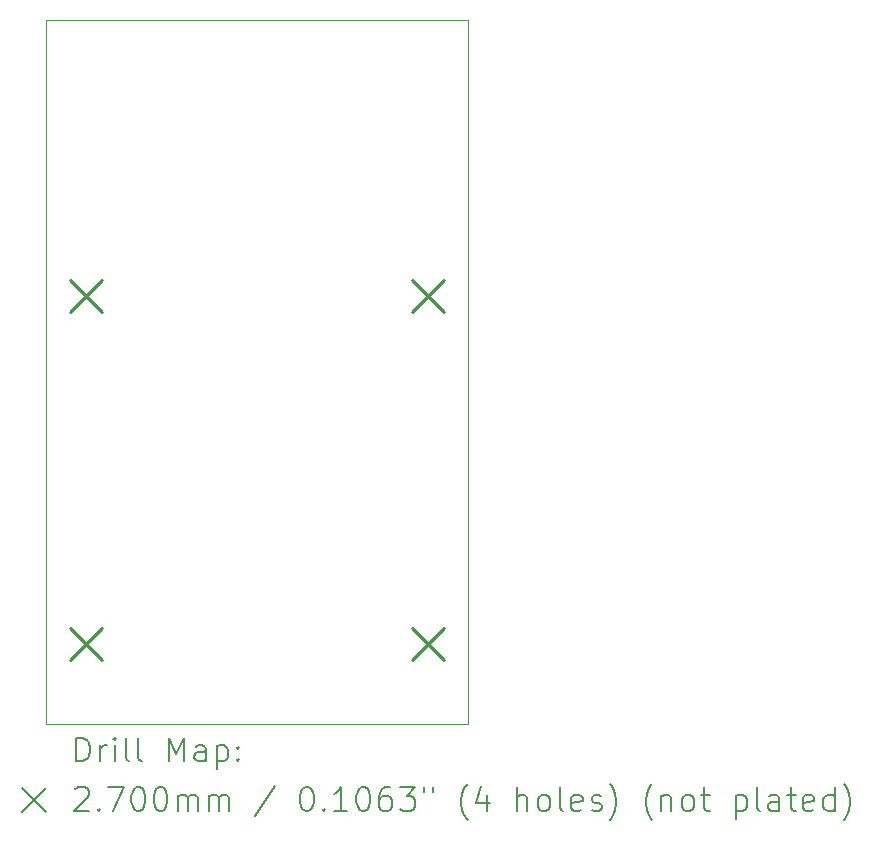
<source format=gbr>
%TF.GenerationSoftware,KiCad,Pcbnew,7.0.5*%
%TF.CreationDate,2023-07-10T18:38:20-07:00*%
%TF.ProjectId,Breakout,42726561-6b6f-4757-942e-6b696361645f,rev?*%
%TF.SameCoordinates,Original*%
%TF.FileFunction,Drillmap*%
%TF.FilePolarity,Positive*%
%FSLAX45Y45*%
G04 Gerber Fmt 4.5, Leading zero omitted, Abs format (unit mm)*
G04 Created by KiCad (PCBNEW 7.0.5) date 2023-07-10 18:38:20*
%MOMM*%
%LPD*%
G01*
G04 APERTURE LIST*
%ADD10C,0.100000*%
%ADD11C,0.200000*%
%ADD12C,0.270000*%
G04 APERTURE END LIST*
D10*
X10485000Y-6887600D02*
X14060000Y-6887600D01*
X14060000Y-12844000D01*
X10485000Y-12844000D01*
X10485000Y-6887600D01*
D11*
D12*
X10689400Y-9088600D02*
X10959400Y-9358600D01*
X10959400Y-9088600D02*
X10689400Y-9358600D01*
X10689400Y-12035000D02*
X10959400Y-12305000D01*
X10959400Y-12035000D02*
X10689400Y-12305000D01*
X13585000Y-9088600D02*
X13855000Y-9358600D01*
X13855000Y-9088600D02*
X13585000Y-9358600D01*
X13585000Y-12035000D02*
X13855000Y-12305000D01*
X13855000Y-12035000D02*
X13585000Y-12305000D01*
D11*
X10740777Y-13160484D02*
X10740777Y-12960484D01*
X10740777Y-12960484D02*
X10788396Y-12960484D01*
X10788396Y-12960484D02*
X10816967Y-12970008D01*
X10816967Y-12970008D02*
X10836015Y-12989055D01*
X10836015Y-12989055D02*
X10845539Y-13008103D01*
X10845539Y-13008103D02*
X10855063Y-13046198D01*
X10855063Y-13046198D02*
X10855063Y-13074769D01*
X10855063Y-13074769D02*
X10845539Y-13112865D01*
X10845539Y-13112865D02*
X10836015Y-13131912D01*
X10836015Y-13131912D02*
X10816967Y-13150960D01*
X10816967Y-13150960D02*
X10788396Y-13160484D01*
X10788396Y-13160484D02*
X10740777Y-13160484D01*
X10940777Y-13160484D02*
X10940777Y-13027150D01*
X10940777Y-13065246D02*
X10950301Y-13046198D01*
X10950301Y-13046198D02*
X10959824Y-13036674D01*
X10959824Y-13036674D02*
X10978872Y-13027150D01*
X10978872Y-13027150D02*
X10997920Y-13027150D01*
X11064586Y-13160484D02*
X11064586Y-13027150D01*
X11064586Y-12960484D02*
X11055063Y-12970008D01*
X11055063Y-12970008D02*
X11064586Y-12979531D01*
X11064586Y-12979531D02*
X11074110Y-12970008D01*
X11074110Y-12970008D02*
X11064586Y-12960484D01*
X11064586Y-12960484D02*
X11064586Y-12979531D01*
X11188396Y-13160484D02*
X11169348Y-13150960D01*
X11169348Y-13150960D02*
X11159824Y-13131912D01*
X11159824Y-13131912D02*
X11159824Y-12960484D01*
X11293158Y-13160484D02*
X11274110Y-13150960D01*
X11274110Y-13150960D02*
X11264586Y-13131912D01*
X11264586Y-13131912D02*
X11264586Y-12960484D01*
X11521729Y-13160484D02*
X11521729Y-12960484D01*
X11521729Y-12960484D02*
X11588396Y-13103341D01*
X11588396Y-13103341D02*
X11655062Y-12960484D01*
X11655062Y-12960484D02*
X11655062Y-13160484D01*
X11836015Y-13160484D02*
X11836015Y-13055722D01*
X11836015Y-13055722D02*
X11826491Y-13036674D01*
X11826491Y-13036674D02*
X11807443Y-13027150D01*
X11807443Y-13027150D02*
X11769348Y-13027150D01*
X11769348Y-13027150D02*
X11750301Y-13036674D01*
X11836015Y-13150960D02*
X11816967Y-13160484D01*
X11816967Y-13160484D02*
X11769348Y-13160484D01*
X11769348Y-13160484D02*
X11750301Y-13150960D01*
X11750301Y-13150960D02*
X11740777Y-13131912D01*
X11740777Y-13131912D02*
X11740777Y-13112865D01*
X11740777Y-13112865D02*
X11750301Y-13093817D01*
X11750301Y-13093817D02*
X11769348Y-13084293D01*
X11769348Y-13084293D02*
X11816967Y-13084293D01*
X11816967Y-13084293D02*
X11836015Y-13074769D01*
X11931253Y-13027150D02*
X11931253Y-13227150D01*
X11931253Y-13036674D02*
X11950301Y-13027150D01*
X11950301Y-13027150D02*
X11988396Y-13027150D01*
X11988396Y-13027150D02*
X12007443Y-13036674D01*
X12007443Y-13036674D02*
X12016967Y-13046198D01*
X12016967Y-13046198D02*
X12026491Y-13065246D01*
X12026491Y-13065246D02*
X12026491Y-13122388D01*
X12026491Y-13122388D02*
X12016967Y-13141436D01*
X12016967Y-13141436D02*
X12007443Y-13150960D01*
X12007443Y-13150960D02*
X11988396Y-13160484D01*
X11988396Y-13160484D02*
X11950301Y-13160484D01*
X11950301Y-13160484D02*
X11931253Y-13150960D01*
X12112205Y-13141436D02*
X12121729Y-13150960D01*
X12121729Y-13150960D02*
X12112205Y-13160484D01*
X12112205Y-13160484D02*
X12102682Y-13150960D01*
X12102682Y-13150960D02*
X12112205Y-13141436D01*
X12112205Y-13141436D02*
X12112205Y-13160484D01*
X12112205Y-13036674D02*
X12121729Y-13046198D01*
X12121729Y-13046198D02*
X12112205Y-13055722D01*
X12112205Y-13055722D02*
X12102682Y-13046198D01*
X12102682Y-13046198D02*
X12112205Y-13036674D01*
X12112205Y-13036674D02*
X12112205Y-13055722D01*
X10280000Y-13389000D02*
X10480000Y-13589000D01*
X10480000Y-13389000D02*
X10280000Y-13589000D01*
X10731253Y-13399531D02*
X10740777Y-13390008D01*
X10740777Y-13390008D02*
X10759824Y-13380484D01*
X10759824Y-13380484D02*
X10807444Y-13380484D01*
X10807444Y-13380484D02*
X10826491Y-13390008D01*
X10826491Y-13390008D02*
X10836015Y-13399531D01*
X10836015Y-13399531D02*
X10845539Y-13418579D01*
X10845539Y-13418579D02*
X10845539Y-13437627D01*
X10845539Y-13437627D02*
X10836015Y-13466198D01*
X10836015Y-13466198D02*
X10721729Y-13580484D01*
X10721729Y-13580484D02*
X10845539Y-13580484D01*
X10931253Y-13561436D02*
X10940777Y-13570960D01*
X10940777Y-13570960D02*
X10931253Y-13580484D01*
X10931253Y-13580484D02*
X10921729Y-13570960D01*
X10921729Y-13570960D02*
X10931253Y-13561436D01*
X10931253Y-13561436D02*
X10931253Y-13580484D01*
X11007444Y-13380484D02*
X11140777Y-13380484D01*
X11140777Y-13380484D02*
X11055063Y-13580484D01*
X11255062Y-13380484D02*
X11274110Y-13380484D01*
X11274110Y-13380484D02*
X11293158Y-13390008D01*
X11293158Y-13390008D02*
X11302682Y-13399531D01*
X11302682Y-13399531D02*
X11312205Y-13418579D01*
X11312205Y-13418579D02*
X11321729Y-13456674D01*
X11321729Y-13456674D02*
X11321729Y-13504293D01*
X11321729Y-13504293D02*
X11312205Y-13542388D01*
X11312205Y-13542388D02*
X11302682Y-13561436D01*
X11302682Y-13561436D02*
X11293158Y-13570960D01*
X11293158Y-13570960D02*
X11274110Y-13580484D01*
X11274110Y-13580484D02*
X11255062Y-13580484D01*
X11255062Y-13580484D02*
X11236015Y-13570960D01*
X11236015Y-13570960D02*
X11226491Y-13561436D01*
X11226491Y-13561436D02*
X11216967Y-13542388D01*
X11216967Y-13542388D02*
X11207443Y-13504293D01*
X11207443Y-13504293D02*
X11207443Y-13456674D01*
X11207443Y-13456674D02*
X11216967Y-13418579D01*
X11216967Y-13418579D02*
X11226491Y-13399531D01*
X11226491Y-13399531D02*
X11236015Y-13390008D01*
X11236015Y-13390008D02*
X11255062Y-13380484D01*
X11445539Y-13380484D02*
X11464586Y-13380484D01*
X11464586Y-13380484D02*
X11483634Y-13390008D01*
X11483634Y-13390008D02*
X11493158Y-13399531D01*
X11493158Y-13399531D02*
X11502682Y-13418579D01*
X11502682Y-13418579D02*
X11512205Y-13456674D01*
X11512205Y-13456674D02*
X11512205Y-13504293D01*
X11512205Y-13504293D02*
X11502682Y-13542388D01*
X11502682Y-13542388D02*
X11493158Y-13561436D01*
X11493158Y-13561436D02*
X11483634Y-13570960D01*
X11483634Y-13570960D02*
X11464586Y-13580484D01*
X11464586Y-13580484D02*
X11445539Y-13580484D01*
X11445539Y-13580484D02*
X11426491Y-13570960D01*
X11426491Y-13570960D02*
X11416967Y-13561436D01*
X11416967Y-13561436D02*
X11407443Y-13542388D01*
X11407443Y-13542388D02*
X11397920Y-13504293D01*
X11397920Y-13504293D02*
X11397920Y-13456674D01*
X11397920Y-13456674D02*
X11407443Y-13418579D01*
X11407443Y-13418579D02*
X11416967Y-13399531D01*
X11416967Y-13399531D02*
X11426491Y-13390008D01*
X11426491Y-13390008D02*
X11445539Y-13380484D01*
X11597920Y-13580484D02*
X11597920Y-13447150D01*
X11597920Y-13466198D02*
X11607443Y-13456674D01*
X11607443Y-13456674D02*
X11626491Y-13447150D01*
X11626491Y-13447150D02*
X11655063Y-13447150D01*
X11655063Y-13447150D02*
X11674110Y-13456674D01*
X11674110Y-13456674D02*
X11683634Y-13475722D01*
X11683634Y-13475722D02*
X11683634Y-13580484D01*
X11683634Y-13475722D02*
X11693158Y-13456674D01*
X11693158Y-13456674D02*
X11712205Y-13447150D01*
X11712205Y-13447150D02*
X11740777Y-13447150D01*
X11740777Y-13447150D02*
X11759824Y-13456674D01*
X11759824Y-13456674D02*
X11769348Y-13475722D01*
X11769348Y-13475722D02*
X11769348Y-13580484D01*
X11864586Y-13580484D02*
X11864586Y-13447150D01*
X11864586Y-13466198D02*
X11874110Y-13456674D01*
X11874110Y-13456674D02*
X11893158Y-13447150D01*
X11893158Y-13447150D02*
X11921729Y-13447150D01*
X11921729Y-13447150D02*
X11940777Y-13456674D01*
X11940777Y-13456674D02*
X11950301Y-13475722D01*
X11950301Y-13475722D02*
X11950301Y-13580484D01*
X11950301Y-13475722D02*
X11959824Y-13456674D01*
X11959824Y-13456674D02*
X11978872Y-13447150D01*
X11978872Y-13447150D02*
X12007443Y-13447150D01*
X12007443Y-13447150D02*
X12026491Y-13456674D01*
X12026491Y-13456674D02*
X12036015Y-13475722D01*
X12036015Y-13475722D02*
X12036015Y-13580484D01*
X12426491Y-13370960D02*
X12255063Y-13628103D01*
X12683634Y-13380484D02*
X12702682Y-13380484D01*
X12702682Y-13380484D02*
X12721729Y-13390008D01*
X12721729Y-13390008D02*
X12731253Y-13399531D01*
X12731253Y-13399531D02*
X12740777Y-13418579D01*
X12740777Y-13418579D02*
X12750301Y-13456674D01*
X12750301Y-13456674D02*
X12750301Y-13504293D01*
X12750301Y-13504293D02*
X12740777Y-13542388D01*
X12740777Y-13542388D02*
X12731253Y-13561436D01*
X12731253Y-13561436D02*
X12721729Y-13570960D01*
X12721729Y-13570960D02*
X12702682Y-13580484D01*
X12702682Y-13580484D02*
X12683634Y-13580484D01*
X12683634Y-13580484D02*
X12664586Y-13570960D01*
X12664586Y-13570960D02*
X12655063Y-13561436D01*
X12655063Y-13561436D02*
X12645539Y-13542388D01*
X12645539Y-13542388D02*
X12636015Y-13504293D01*
X12636015Y-13504293D02*
X12636015Y-13456674D01*
X12636015Y-13456674D02*
X12645539Y-13418579D01*
X12645539Y-13418579D02*
X12655063Y-13399531D01*
X12655063Y-13399531D02*
X12664586Y-13390008D01*
X12664586Y-13390008D02*
X12683634Y-13380484D01*
X12836015Y-13561436D02*
X12845539Y-13570960D01*
X12845539Y-13570960D02*
X12836015Y-13580484D01*
X12836015Y-13580484D02*
X12826491Y-13570960D01*
X12826491Y-13570960D02*
X12836015Y-13561436D01*
X12836015Y-13561436D02*
X12836015Y-13580484D01*
X13036015Y-13580484D02*
X12921729Y-13580484D01*
X12978872Y-13580484D02*
X12978872Y-13380484D01*
X12978872Y-13380484D02*
X12959825Y-13409055D01*
X12959825Y-13409055D02*
X12940777Y-13428103D01*
X12940777Y-13428103D02*
X12921729Y-13437627D01*
X13159825Y-13380484D02*
X13178872Y-13380484D01*
X13178872Y-13380484D02*
X13197920Y-13390008D01*
X13197920Y-13390008D02*
X13207444Y-13399531D01*
X13207444Y-13399531D02*
X13216967Y-13418579D01*
X13216967Y-13418579D02*
X13226491Y-13456674D01*
X13226491Y-13456674D02*
X13226491Y-13504293D01*
X13226491Y-13504293D02*
X13216967Y-13542388D01*
X13216967Y-13542388D02*
X13207444Y-13561436D01*
X13207444Y-13561436D02*
X13197920Y-13570960D01*
X13197920Y-13570960D02*
X13178872Y-13580484D01*
X13178872Y-13580484D02*
X13159825Y-13580484D01*
X13159825Y-13580484D02*
X13140777Y-13570960D01*
X13140777Y-13570960D02*
X13131253Y-13561436D01*
X13131253Y-13561436D02*
X13121729Y-13542388D01*
X13121729Y-13542388D02*
X13112206Y-13504293D01*
X13112206Y-13504293D02*
X13112206Y-13456674D01*
X13112206Y-13456674D02*
X13121729Y-13418579D01*
X13121729Y-13418579D02*
X13131253Y-13399531D01*
X13131253Y-13399531D02*
X13140777Y-13390008D01*
X13140777Y-13390008D02*
X13159825Y-13380484D01*
X13397920Y-13380484D02*
X13359825Y-13380484D01*
X13359825Y-13380484D02*
X13340777Y-13390008D01*
X13340777Y-13390008D02*
X13331253Y-13399531D01*
X13331253Y-13399531D02*
X13312206Y-13428103D01*
X13312206Y-13428103D02*
X13302682Y-13466198D01*
X13302682Y-13466198D02*
X13302682Y-13542388D01*
X13302682Y-13542388D02*
X13312206Y-13561436D01*
X13312206Y-13561436D02*
X13321729Y-13570960D01*
X13321729Y-13570960D02*
X13340777Y-13580484D01*
X13340777Y-13580484D02*
X13378872Y-13580484D01*
X13378872Y-13580484D02*
X13397920Y-13570960D01*
X13397920Y-13570960D02*
X13407444Y-13561436D01*
X13407444Y-13561436D02*
X13416967Y-13542388D01*
X13416967Y-13542388D02*
X13416967Y-13494769D01*
X13416967Y-13494769D02*
X13407444Y-13475722D01*
X13407444Y-13475722D02*
X13397920Y-13466198D01*
X13397920Y-13466198D02*
X13378872Y-13456674D01*
X13378872Y-13456674D02*
X13340777Y-13456674D01*
X13340777Y-13456674D02*
X13321729Y-13466198D01*
X13321729Y-13466198D02*
X13312206Y-13475722D01*
X13312206Y-13475722D02*
X13302682Y-13494769D01*
X13483634Y-13380484D02*
X13607444Y-13380484D01*
X13607444Y-13380484D02*
X13540777Y-13456674D01*
X13540777Y-13456674D02*
X13569348Y-13456674D01*
X13569348Y-13456674D02*
X13588396Y-13466198D01*
X13588396Y-13466198D02*
X13597920Y-13475722D01*
X13597920Y-13475722D02*
X13607444Y-13494769D01*
X13607444Y-13494769D02*
X13607444Y-13542388D01*
X13607444Y-13542388D02*
X13597920Y-13561436D01*
X13597920Y-13561436D02*
X13588396Y-13570960D01*
X13588396Y-13570960D02*
X13569348Y-13580484D01*
X13569348Y-13580484D02*
X13512206Y-13580484D01*
X13512206Y-13580484D02*
X13493158Y-13570960D01*
X13493158Y-13570960D02*
X13483634Y-13561436D01*
X13683634Y-13380484D02*
X13683634Y-13418579D01*
X13759825Y-13380484D02*
X13759825Y-13418579D01*
X14055063Y-13656674D02*
X14045539Y-13647150D01*
X14045539Y-13647150D02*
X14026491Y-13618579D01*
X14026491Y-13618579D02*
X14016968Y-13599531D01*
X14016968Y-13599531D02*
X14007444Y-13570960D01*
X14007444Y-13570960D02*
X13997920Y-13523341D01*
X13997920Y-13523341D02*
X13997920Y-13485246D01*
X13997920Y-13485246D02*
X14007444Y-13437627D01*
X14007444Y-13437627D02*
X14016968Y-13409055D01*
X14016968Y-13409055D02*
X14026491Y-13390008D01*
X14026491Y-13390008D02*
X14045539Y-13361436D01*
X14045539Y-13361436D02*
X14055063Y-13351912D01*
X14216968Y-13447150D02*
X14216968Y-13580484D01*
X14169348Y-13370960D02*
X14121729Y-13513817D01*
X14121729Y-13513817D02*
X14245539Y-13513817D01*
X14474110Y-13580484D02*
X14474110Y-13380484D01*
X14559825Y-13580484D02*
X14559825Y-13475722D01*
X14559825Y-13475722D02*
X14550301Y-13456674D01*
X14550301Y-13456674D02*
X14531253Y-13447150D01*
X14531253Y-13447150D02*
X14502682Y-13447150D01*
X14502682Y-13447150D02*
X14483634Y-13456674D01*
X14483634Y-13456674D02*
X14474110Y-13466198D01*
X14683634Y-13580484D02*
X14664587Y-13570960D01*
X14664587Y-13570960D02*
X14655063Y-13561436D01*
X14655063Y-13561436D02*
X14645539Y-13542388D01*
X14645539Y-13542388D02*
X14645539Y-13485246D01*
X14645539Y-13485246D02*
X14655063Y-13466198D01*
X14655063Y-13466198D02*
X14664587Y-13456674D01*
X14664587Y-13456674D02*
X14683634Y-13447150D01*
X14683634Y-13447150D02*
X14712206Y-13447150D01*
X14712206Y-13447150D02*
X14731253Y-13456674D01*
X14731253Y-13456674D02*
X14740777Y-13466198D01*
X14740777Y-13466198D02*
X14750301Y-13485246D01*
X14750301Y-13485246D02*
X14750301Y-13542388D01*
X14750301Y-13542388D02*
X14740777Y-13561436D01*
X14740777Y-13561436D02*
X14731253Y-13570960D01*
X14731253Y-13570960D02*
X14712206Y-13580484D01*
X14712206Y-13580484D02*
X14683634Y-13580484D01*
X14864587Y-13580484D02*
X14845539Y-13570960D01*
X14845539Y-13570960D02*
X14836015Y-13551912D01*
X14836015Y-13551912D02*
X14836015Y-13380484D01*
X15016968Y-13570960D02*
X14997920Y-13580484D01*
X14997920Y-13580484D02*
X14959825Y-13580484D01*
X14959825Y-13580484D02*
X14940777Y-13570960D01*
X14940777Y-13570960D02*
X14931253Y-13551912D01*
X14931253Y-13551912D02*
X14931253Y-13475722D01*
X14931253Y-13475722D02*
X14940777Y-13456674D01*
X14940777Y-13456674D02*
X14959825Y-13447150D01*
X14959825Y-13447150D02*
X14997920Y-13447150D01*
X14997920Y-13447150D02*
X15016968Y-13456674D01*
X15016968Y-13456674D02*
X15026491Y-13475722D01*
X15026491Y-13475722D02*
X15026491Y-13494769D01*
X15026491Y-13494769D02*
X14931253Y-13513817D01*
X15102682Y-13570960D02*
X15121730Y-13580484D01*
X15121730Y-13580484D02*
X15159825Y-13580484D01*
X15159825Y-13580484D02*
X15178872Y-13570960D01*
X15178872Y-13570960D02*
X15188396Y-13551912D01*
X15188396Y-13551912D02*
X15188396Y-13542388D01*
X15188396Y-13542388D02*
X15178872Y-13523341D01*
X15178872Y-13523341D02*
X15159825Y-13513817D01*
X15159825Y-13513817D02*
X15131253Y-13513817D01*
X15131253Y-13513817D02*
X15112206Y-13504293D01*
X15112206Y-13504293D02*
X15102682Y-13485246D01*
X15102682Y-13485246D02*
X15102682Y-13475722D01*
X15102682Y-13475722D02*
X15112206Y-13456674D01*
X15112206Y-13456674D02*
X15131253Y-13447150D01*
X15131253Y-13447150D02*
X15159825Y-13447150D01*
X15159825Y-13447150D02*
X15178872Y-13456674D01*
X15255063Y-13656674D02*
X15264587Y-13647150D01*
X15264587Y-13647150D02*
X15283634Y-13618579D01*
X15283634Y-13618579D02*
X15293158Y-13599531D01*
X15293158Y-13599531D02*
X15302682Y-13570960D01*
X15302682Y-13570960D02*
X15312206Y-13523341D01*
X15312206Y-13523341D02*
X15312206Y-13485246D01*
X15312206Y-13485246D02*
X15302682Y-13437627D01*
X15302682Y-13437627D02*
X15293158Y-13409055D01*
X15293158Y-13409055D02*
X15283634Y-13390008D01*
X15283634Y-13390008D02*
X15264587Y-13361436D01*
X15264587Y-13361436D02*
X15255063Y-13351912D01*
X15616968Y-13656674D02*
X15607444Y-13647150D01*
X15607444Y-13647150D02*
X15588396Y-13618579D01*
X15588396Y-13618579D02*
X15578872Y-13599531D01*
X15578872Y-13599531D02*
X15569349Y-13570960D01*
X15569349Y-13570960D02*
X15559825Y-13523341D01*
X15559825Y-13523341D02*
X15559825Y-13485246D01*
X15559825Y-13485246D02*
X15569349Y-13437627D01*
X15569349Y-13437627D02*
X15578872Y-13409055D01*
X15578872Y-13409055D02*
X15588396Y-13390008D01*
X15588396Y-13390008D02*
X15607444Y-13361436D01*
X15607444Y-13361436D02*
X15616968Y-13351912D01*
X15693158Y-13447150D02*
X15693158Y-13580484D01*
X15693158Y-13466198D02*
X15702682Y-13456674D01*
X15702682Y-13456674D02*
X15721730Y-13447150D01*
X15721730Y-13447150D02*
X15750301Y-13447150D01*
X15750301Y-13447150D02*
X15769349Y-13456674D01*
X15769349Y-13456674D02*
X15778872Y-13475722D01*
X15778872Y-13475722D02*
X15778872Y-13580484D01*
X15902682Y-13580484D02*
X15883634Y-13570960D01*
X15883634Y-13570960D02*
X15874111Y-13561436D01*
X15874111Y-13561436D02*
X15864587Y-13542388D01*
X15864587Y-13542388D02*
X15864587Y-13485246D01*
X15864587Y-13485246D02*
X15874111Y-13466198D01*
X15874111Y-13466198D02*
X15883634Y-13456674D01*
X15883634Y-13456674D02*
X15902682Y-13447150D01*
X15902682Y-13447150D02*
X15931253Y-13447150D01*
X15931253Y-13447150D02*
X15950301Y-13456674D01*
X15950301Y-13456674D02*
X15959825Y-13466198D01*
X15959825Y-13466198D02*
X15969349Y-13485246D01*
X15969349Y-13485246D02*
X15969349Y-13542388D01*
X15969349Y-13542388D02*
X15959825Y-13561436D01*
X15959825Y-13561436D02*
X15950301Y-13570960D01*
X15950301Y-13570960D02*
X15931253Y-13580484D01*
X15931253Y-13580484D02*
X15902682Y-13580484D01*
X16026492Y-13447150D02*
X16102682Y-13447150D01*
X16055063Y-13380484D02*
X16055063Y-13551912D01*
X16055063Y-13551912D02*
X16064587Y-13570960D01*
X16064587Y-13570960D02*
X16083634Y-13580484D01*
X16083634Y-13580484D02*
X16102682Y-13580484D01*
X16321730Y-13447150D02*
X16321730Y-13647150D01*
X16321730Y-13456674D02*
X16340777Y-13447150D01*
X16340777Y-13447150D02*
X16378873Y-13447150D01*
X16378873Y-13447150D02*
X16397920Y-13456674D01*
X16397920Y-13456674D02*
X16407444Y-13466198D01*
X16407444Y-13466198D02*
X16416968Y-13485246D01*
X16416968Y-13485246D02*
X16416968Y-13542388D01*
X16416968Y-13542388D02*
X16407444Y-13561436D01*
X16407444Y-13561436D02*
X16397920Y-13570960D01*
X16397920Y-13570960D02*
X16378873Y-13580484D01*
X16378873Y-13580484D02*
X16340777Y-13580484D01*
X16340777Y-13580484D02*
X16321730Y-13570960D01*
X16531253Y-13580484D02*
X16512206Y-13570960D01*
X16512206Y-13570960D02*
X16502682Y-13551912D01*
X16502682Y-13551912D02*
X16502682Y-13380484D01*
X16693158Y-13580484D02*
X16693158Y-13475722D01*
X16693158Y-13475722D02*
X16683634Y-13456674D01*
X16683634Y-13456674D02*
X16664587Y-13447150D01*
X16664587Y-13447150D02*
X16626492Y-13447150D01*
X16626492Y-13447150D02*
X16607444Y-13456674D01*
X16693158Y-13570960D02*
X16674111Y-13580484D01*
X16674111Y-13580484D02*
X16626492Y-13580484D01*
X16626492Y-13580484D02*
X16607444Y-13570960D01*
X16607444Y-13570960D02*
X16597920Y-13551912D01*
X16597920Y-13551912D02*
X16597920Y-13532865D01*
X16597920Y-13532865D02*
X16607444Y-13513817D01*
X16607444Y-13513817D02*
X16626492Y-13504293D01*
X16626492Y-13504293D02*
X16674111Y-13504293D01*
X16674111Y-13504293D02*
X16693158Y-13494769D01*
X16759825Y-13447150D02*
X16836015Y-13447150D01*
X16788396Y-13380484D02*
X16788396Y-13551912D01*
X16788396Y-13551912D02*
X16797920Y-13570960D01*
X16797920Y-13570960D02*
X16816968Y-13580484D01*
X16816968Y-13580484D02*
X16836015Y-13580484D01*
X16978873Y-13570960D02*
X16959825Y-13580484D01*
X16959825Y-13580484D02*
X16921730Y-13580484D01*
X16921730Y-13580484D02*
X16902682Y-13570960D01*
X16902682Y-13570960D02*
X16893158Y-13551912D01*
X16893158Y-13551912D02*
X16893158Y-13475722D01*
X16893158Y-13475722D02*
X16902682Y-13456674D01*
X16902682Y-13456674D02*
X16921730Y-13447150D01*
X16921730Y-13447150D02*
X16959825Y-13447150D01*
X16959825Y-13447150D02*
X16978873Y-13456674D01*
X16978873Y-13456674D02*
X16988396Y-13475722D01*
X16988396Y-13475722D02*
X16988396Y-13494769D01*
X16988396Y-13494769D02*
X16893158Y-13513817D01*
X17159825Y-13580484D02*
X17159825Y-13380484D01*
X17159825Y-13570960D02*
X17140777Y-13580484D01*
X17140777Y-13580484D02*
X17102682Y-13580484D01*
X17102682Y-13580484D02*
X17083635Y-13570960D01*
X17083635Y-13570960D02*
X17074111Y-13561436D01*
X17074111Y-13561436D02*
X17064587Y-13542388D01*
X17064587Y-13542388D02*
X17064587Y-13485246D01*
X17064587Y-13485246D02*
X17074111Y-13466198D01*
X17074111Y-13466198D02*
X17083635Y-13456674D01*
X17083635Y-13456674D02*
X17102682Y-13447150D01*
X17102682Y-13447150D02*
X17140777Y-13447150D01*
X17140777Y-13447150D02*
X17159825Y-13456674D01*
X17236016Y-13656674D02*
X17245539Y-13647150D01*
X17245539Y-13647150D02*
X17264587Y-13618579D01*
X17264587Y-13618579D02*
X17274111Y-13599531D01*
X17274111Y-13599531D02*
X17283635Y-13570960D01*
X17283635Y-13570960D02*
X17293158Y-13523341D01*
X17293158Y-13523341D02*
X17293158Y-13485246D01*
X17293158Y-13485246D02*
X17283635Y-13437627D01*
X17283635Y-13437627D02*
X17274111Y-13409055D01*
X17274111Y-13409055D02*
X17264587Y-13390008D01*
X17264587Y-13390008D02*
X17245539Y-13361436D01*
X17245539Y-13361436D02*
X17236016Y-13351912D01*
M02*

</source>
